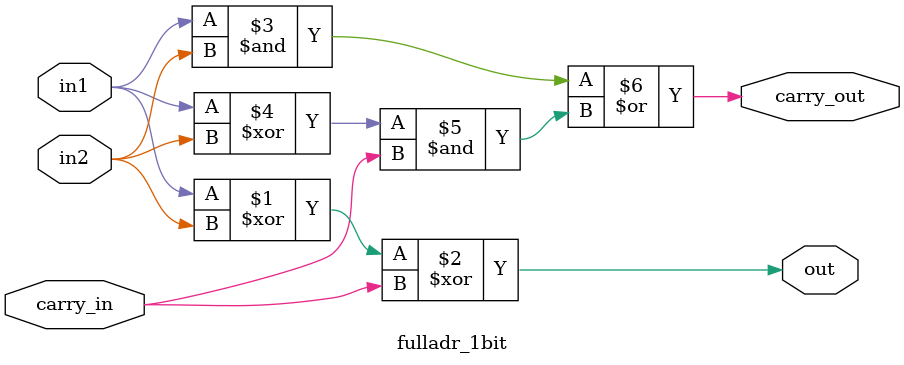
<source format=v>
/*
By Artur Lach
Simple 1 bit full adder
*/

module fulladr_1bit (in1, in2, carry_in, carry_out, out);

input in1, in2, carry_in;
output carry_out, out;

assign out = in1 ^ in2 ^ carry_in;
assign carry_out = (in1 & in2) | ((in1 ^ in2) & carry_in);

endmodule

</source>
